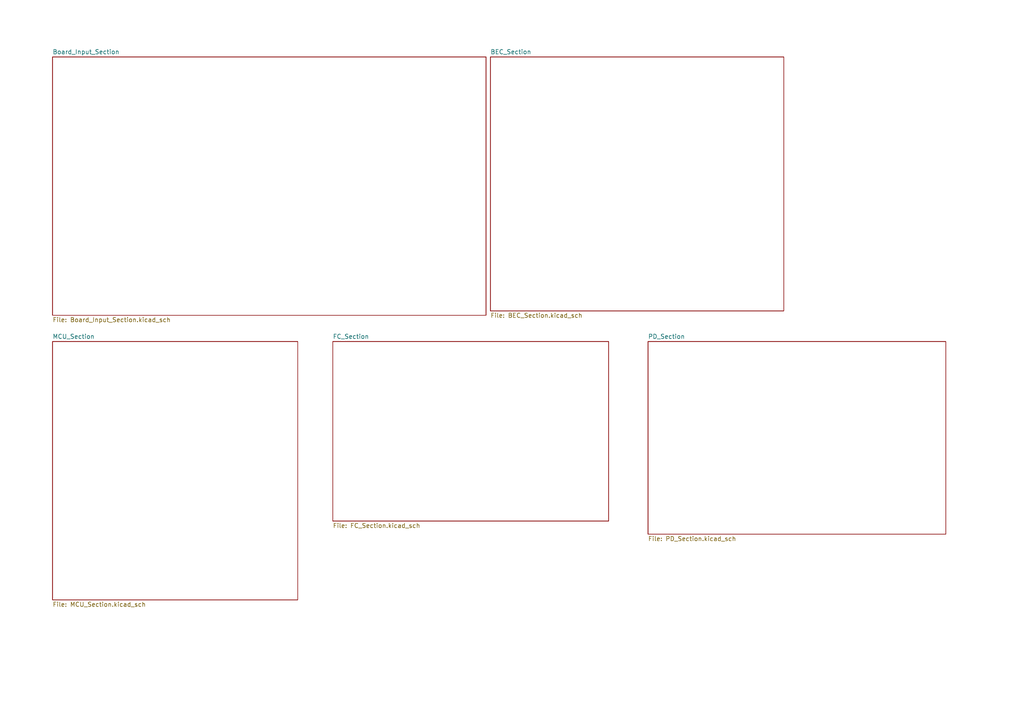
<source format=kicad_sch>
(kicad_sch
	(version 20250114)
	(generator "eeschema")
	(generator_version "9.0")
	(uuid "bf8cb719-4536-454f-b937-e327e18f5ba0")
	(paper "A4")
	(lib_symbols)
	(sheet
		(at 96.52 99.06)
		(size 80.01 52.07)
		(exclude_from_sim no)
		(in_bom yes)
		(on_board yes)
		(dnp no)
		(fields_autoplaced yes)
		(stroke
			(width 0.1524)
			(type solid)
		)
		(fill
			(color 0 0 0 0.0000)
		)
		(uuid "21ad1c1a-1ec9-4922-9cd9-adb3903f5945")
		(property "Sheetname" "FC_Section"
			(at 96.52 98.3484 0)
			(effects
				(font
					(size 1.27 1.27)
				)
				(justify left bottom)
			)
		)
		(property "Sheetfile" "FC_Section.kicad_sch"
			(at 96.52 151.7146 0)
			(effects
				(font
					(size 1.27 1.27)
				)
				(justify left top)
			)
		)
		(instances
			(project "PowerCore500"
				(path "/bf8cb719-4536-454f-b937-e327e18f5ba0"
					(page "5")
				)
			)
		)
	)
	(sheet
		(at 142.24 16.51)
		(size 85.09 73.66)
		(exclude_from_sim no)
		(in_bom yes)
		(on_board yes)
		(dnp no)
		(fields_autoplaced yes)
		(stroke
			(width 0.1524)
			(type solid)
		)
		(fill
			(color 0 0 0 0.0000)
		)
		(uuid "31a272a8-1dba-4174-bdd9-e7cba0f58d3f")
		(property "Sheetname" "BEC_Section"
			(at 142.24 15.7984 0)
			(effects
				(font
					(size 1.27 1.27)
				)
				(justify left bottom)
			)
		)
		(property "Sheetfile" "BEC_Section.kicad_sch"
			(at 142.24 90.7546 0)
			(effects
				(font
					(size 1.27 1.27)
				)
				(justify left top)
			)
		)
		(instances
			(project "PowerCore500"
				(path "/bf8cb719-4536-454f-b937-e327e18f5ba0"
					(page "3")
				)
			)
		)
	)
	(sheet
		(at 187.96 99.06)
		(size 86.36 55.88)
		(exclude_from_sim no)
		(in_bom yes)
		(on_board yes)
		(dnp no)
		(fields_autoplaced yes)
		(stroke
			(width 0.1524)
			(type solid)
		)
		(fill
			(color 0 0 0 0.0000)
		)
		(uuid "458dacc4-948b-477b-88e8-48227dfa5ef2")
		(property "Sheetname" "PD_Section"
			(at 187.96 98.3484 0)
			(effects
				(font
					(size 1.27 1.27)
				)
				(justify left bottom)
			)
		)
		(property "Sheetfile" "PD_Section.kicad_sch"
			(at 187.96 155.5246 0)
			(effects
				(font
					(size 1.27 1.27)
				)
				(justify left top)
			)
		)
		(instances
			(project "PowerCore500"
				(path "/bf8cb719-4536-454f-b937-e327e18f5ba0"
					(page "6")
				)
			)
		)
	)
	(sheet
		(at 15.24 16.51)
		(size 125.73 74.93)
		(exclude_from_sim no)
		(in_bom yes)
		(on_board yes)
		(dnp no)
		(fields_autoplaced yes)
		(stroke
			(width 0.1524)
			(type solid)
		)
		(fill
			(color 0 0 0 0.0000)
		)
		(uuid "708aac76-a638-4b7d-947c-e08a647e859b")
		(property "Sheetname" "Board_Input_Section"
			(at 15.24 15.7984 0)
			(effects
				(font
					(size 1.27 1.27)
				)
				(justify left bottom)
			)
		)
		(property "Sheetfile" "Board_Input_Section.kicad_sch"
			(at 15.24 92.0246 0)
			(effects
				(font
					(size 1.27 1.27)
				)
				(justify left top)
			)
		)
		(instances
			(project "PowerCore500"
				(path "/bf8cb719-4536-454f-b937-e327e18f5ba0"
					(page "2")
				)
			)
		)
	)
	(sheet
		(at 15.24 99.06)
		(size 71.12 74.93)
		(exclude_from_sim no)
		(in_bom yes)
		(on_board yes)
		(dnp no)
		(fields_autoplaced yes)
		(stroke
			(width 0.1524)
			(type solid)
		)
		(fill
			(color 0 0 0 0.0000)
		)
		(uuid "7b27655f-fa2c-4066-9e89-ebbfa3c57177")
		(property "Sheetname" "MCU_Section"
			(at 15.24 98.3484 0)
			(effects
				(font
					(size 1.27 1.27)
				)
				(justify left bottom)
			)
		)
		(property "Sheetfile" "MCU_Section.kicad_sch"
			(at 15.24 174.5746 0)
			(effects
				(font
					(size 1.27 1.27)
				)
				(justify left top)
			)
		)
		(instances
			(project "PowerCore500"
				(path "/bf8cb719-4536-454f-b937-e327e18f5ba0"
					(page "4")
				)
			)
		)
	)
	(sheet_instances
		(path "/"
			(page "1")
		)
	)
	(embedded_fonts no)
)

</source>
